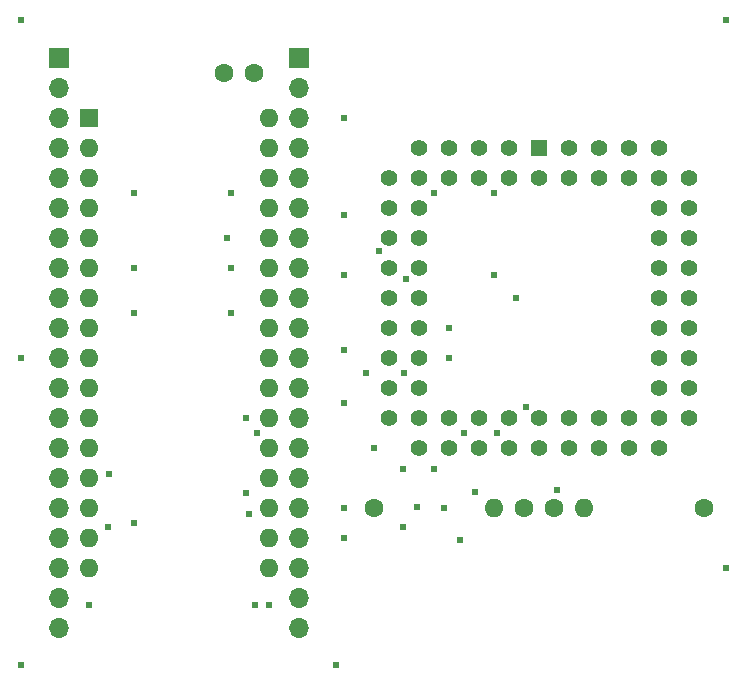
<source format=gts>
G04 #@! TF.GenerationSoftware,KiCad,Pcbnew,(6.0.10-0)*
G04 #@! TF.CreationDate,2023-01-08T18:49:51+09:00*
G04 #@! TF.ProjectId,MEZZ180RAM,4d455a5a-3138-4305-9241-4d2e6b696361,A*
G04 #@! TF.SameCoordinates,PX5f5e100PY8f0d180*
G04 #@! TF.FileFunction,Soldermask,Top*
G04 #@! TF.FilePolarity,Negative*
%FSLAX46Y46*%
G04 Gerber Fmt 4.6, Leading zero omitted, Abs format (unit mm)*
G04 Created by KiCad (PCBNEW (6.0.10-0)) date 2023-01-08 18:49:51*
%MOMM*%
%LPD*%
G01*
G04 APERTURE LIST*
%ADD10C,1.600000*%
%ADD11O,1.600000X1.600000*%
%ADD12R,1.600000X1.600000*%
%ADD13R,1.422400X1.422400*%
%ADD14C,1.422400*%
%ADD15R,1.700000X1.700000*%
%ADD16O,1.700000X1.700000*%
%ADD17C,0.605000*%
G04 APERTURE END LIST*
D10*
X31115000Y14605000D03*
D11*
X41275000Y14605000D03*
D12*
X6980000Y47625000D03*
D11*
X6980000Y45085000D03*
X6980000Y42545000D03*
X6980000Y40005000D03*
X6980000Y37465000D03*
X6980000Y34925000D03*
X6980000Y32385000D03*
X6980000Y29845000D03*
X6980000Y27305000D03*
X6980000Y24765000D03*
X6980000Y22225000D03*
X6980000Y19685000D03*
X6980000Y17145000D03*
X6980000Y14605000D03*
X6980000Y12065000D03*
X6980000Y9525000D03*
X22220000Y9525000D03*
X22220000Y12065000D03*
X22220000Y14605000D03*
X22220000Y17145000D03*
X22220000Y19685000D03*
X22220000Y22225000D03*
X22220000Y24765000D03*
X22220000Y27305000D03*
X22220000Y29845000D03*
X22220000Y32385000D03*
X22220000Y34925000D03*
X22220000Y37465000D03*
X22220000Y40005000D03*
X22220000Y42545000D03*
X22220000Y45085000D03*
X22220000Y47625000D03*
D10*
X46335000Y14605000D03*
X43835000Y14605000D03*
X59055000Y14605000D03*
D11*
X48895000Y14605000D03*
D13*
X45085000Y45085000D03*
D14*
X45085000Y42545000D03*
X42545000Y45085000D03*
X42545000Y42545000D03*
X40005000Y45085000D03*
X40005000Y42545000D03*
X37465000Y45085000D03*
X37465000Y42545000D03*
X34925000Y45085000D03*
X32385000Y42545000D03*
X34925000Y42545000D03*
X32385000Y40005000D03*
X34925000Y40005000D03*
X32385000Y37465000D03*
X34925000Y37465000D03*
X32385000Y34925000D03*
X34925000Y34925000D03*
X32385000Y32385000D03*
X34925000Y32385000D03*
X32385000Y29845000D03*
X34925000Y29845000D03*
X32385000Y27305000D03*
X34925000Y27305000D03*
X32385000Y24765000D03*
X34925000Y24765000D03*
X32385000Y22225000D03*
X34925000Y19685000D03*
X34925000Y22225000D03*
X37465000Y19685000D03*
X37465000Y22225000D03*
X40005000Y19685000D03*
X40005000Y22225000D03*
X42545000Y19685000D03*
X42545000Y22225000D03*
X45085000Y19685000D03*
X45085000Y22225000D03*
X47625000Y19685000D03*
X47625000Y22225000D03*
X50165000Y19685000D03*
X50165000Y22225000D03*
X52705000Y19685000D03*
X52705000Y22225000D03*
X55245000Y19685000D03*
X57785000Y22225000D03*
X55245000Y22225000D03*
X57785000Y24765000D03*
X55245000Y24765000D03*
X57785000Y27305000D03*
X55245000Y27305000D03*
X57785000Y29845000D03*
X55245000Y29845000D03*
X57785000Y32385000D03*
X55245000Y32385000D03*
X57785000Y34925000D03*
X55245000Y34925000D03*
X57785000Y37465000D03*
X55245000Y37465000D03*
X57785000Y40005000D03*
X55245000Y40005000D03*
X57785000Y42545000D03*
X55245000Y45085000D03*
X55245000Y42545000D03*
X52705000Y45085000D03*
X52705000Y42545000D03*
X50165000Y45085000D03*
X50165000Y42545000D03*
X47625000Y45085000D03*
X47625000Y42545000D03*
D10*
X20935000Y51435000D03*
X18435000Y51435000D03*
D15*
X24765000Y52705000D03*
D16*
X24765000Y50165000D03*
X24765000Y47625000D03*
X24765000Y45085000D03*
X24765000Y42545000D03*
X24765000Y40005000D03*
X24765000Y37465000D03*
X24765000Y34925000D03*
X24765000Y32385000D03*
X24765000Y29845000D03*
X24765000Y27305000D03*
X24765000Y24765000D03*
X24765000Y22225000D03*
X24765000Y19685000D03*
X24765000Y17145000D03*
X24765000Y14605000D03*
X24765000Y12065000D03*
X24765000Y9525000D03*
X24765000Y6985000D03*
X24765000Y4445000D03*
D15*
X4445000Y52705000D03*
D16*
X4445000Y50165000D03*
X4445000Y47625000D03*
X4445000Y45085000D03*
X4445000Y42545000D03*
X4445000Y40005000D03*
X4445000Y37465000D03*
X4445000Y34925000D03*
X4445000Y32385000D03*
X4445000Y29845000D03*
X4445000Y27305000D03*
X4445000Y24765000D03*
X4445000Y22225000D03*
X4445000Y19685000D03*
X4445000Y17145000D03*
X4445000Y14605000D03*
X4445000Y12065000D03*
X4445000Y9525000D03*
X4445000Y6985000D03*
X4445000Y4445000D03*
D17*
X28575000Y34290000D03*
X20320000Y15875000D03*
X6985000Y6350000D03*
X41275000Y34290000D03*
X19050000Y31115000D03*
X27940000Y1270000D03*
X30480000Y26035000D03*
X37465000Y27305000D03*
X10795000Y34925000D03*
X10795000Y31115000D03*
X19050000Y41275000D03*
X43180000Y32385000D03*
X1270000Y27305000D03*
X60960000Y9525000D03*
X20320000Y22225000D03*
X41275000Y41275000D03*
X28575000Y14605000D03*
X19050000Y34925000D03*
X1270000Y1270000D03*
X10795000Y41275000D03*
X22225000Y6350000D03*
X33655000Y26035000D03*
X60960000Y55880000D03*
X38735000Y20955000D03*
X28575000Y12065000D03*
X28575000Y47625000D03*
X1270000Y55880000D03*
X36195000Y41275000D03*
X28575000Y39370000D03*
X31115000Y19685000D03*
X37465000Y29845000D03*
X10795000Y13335000D03*
X28575000Y27940000D03*
X28575000Y23495000D03*
X18678200Y37465000D03*
X8636000Y12990800D03*
X46649000Y16089600D03*
X34798000Y14628700D03*
X43966600Y23105400D03*
X41551600Y20955000D03*
X8693900Y17493400D03*
X38396900Y11882100D03*
X37084000Y14605000D03*
X21082000Y6350000D03*
X33610603Y12998397D03*
X20574000Y14097000D03*
X39648200Y15917000D03*
X31590100Y36322000D03*
X33873200Y33931600D03*
X36195000Y17907000D03*
X33589900Y17907000D03*
X21191300Y20955000D03*
M02*

</source>
